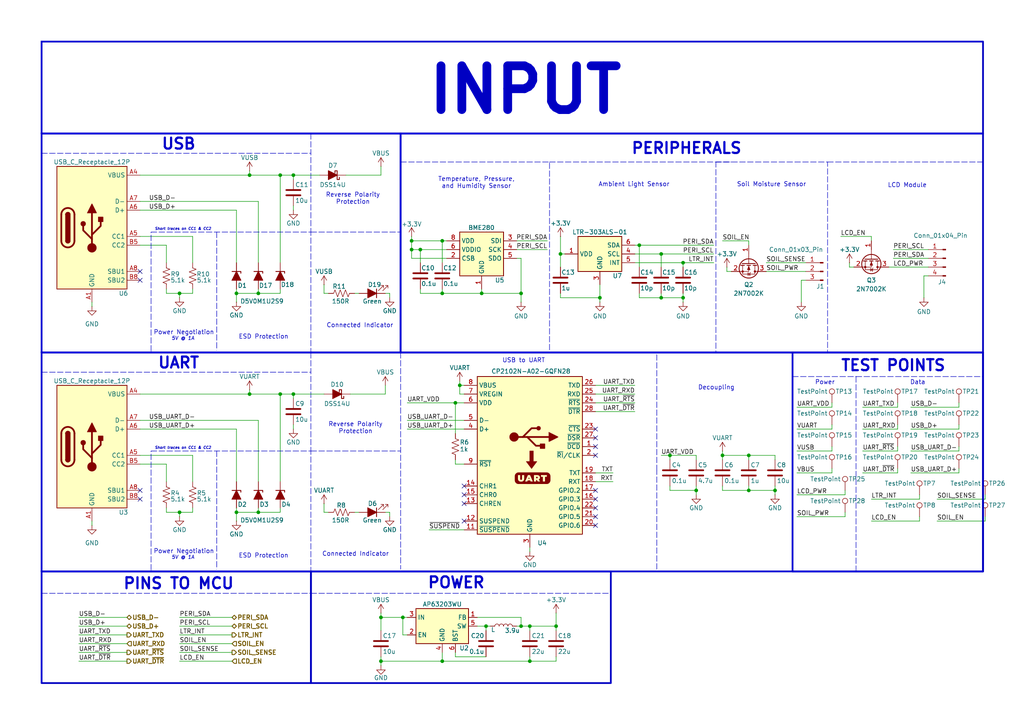
<source format=kicad_sch>
(kicad_sch (version 20231120) (generator "eeschema") (generator_version "8.0")
  (paper "A4")
  (lib_symbols
    (symbol "Connector:Conn_01x03_Pin" (pin_names (offset 1.016) hide)
      (property "Reference" "J" (at 0 5.08 0))
      (property "Value" "Conn_01x03_Pin" (at 0 -5.08 0))
      (symbol "Conn_01x03_Pin_1_1"
        (pin passive line (at 5.08 2.54 180) (length 3.81) (name "Pin_1") (number "1"))
        (pin passive line (at 5.08 0 180) (length 3.81) (name "Pin_2") (number "2"))
        (pin passive line (at 5.08 -2.54 180) (length 3.81) (name "Pin_3") (number "3"))
      )
    )
    (symbol "Connector:Conn_01x04_Pin" (pin_names (offset 1.016) hide)
      (property "Reference" "J" (at 0 5.08 0))
      (property "Value" "Conn_01x04_Pin" (at 0 -7.62 0))
      (symbol "Conn_01x04_Pin_1_1"
        (pin passive line (at 5.08 2.54 180) (length 3.81) (name "Pin_1") (number "1"))
        (pin passive line (at 5.08 0 180) (length 3.81) (name "Pin_2") (number "2"))
        (pin passive line (at 5.08 -2.54 180) (length 3.81) (name "Pin_3") (number "3"))
        (pin passive line (at 5.08 -5.08 180) (length 3.81) (name "Pin_4") (number "4"))
      )
    )
    (symbol "Connector:TestPoint" (pin_numbers hide) (pin_names (offset 0.762) hide)
      (property "Reference" "TP" (at 0 6.858 0))
      (property "Value" "TestPoint" (at 0 5.08 0))
      (symbol "TestPoint_1_1"
        (pin passive line (at 0 0 90) (length 2.54) (name "1") (number "1"))
      )
    )
    (symbol "Device:C" (pin_numbers hide) (pin_names (offset 0.254))
      (property "Reference" "C" (at 0.635 2.54 0))
      (property "Value" "C" (at 0.635 -2.54 0))
      (symbol "C_1_1"
        (pin passive line (at 0 3.81 270) (length 2.794) (name "~") (number "1"))
        (pin passive line (at 0 -3.81 90) (length 2.794) (name "~") (number "2"))
      )
    )
    (symbol "Device:D_Schottky_Filled" (pin_numbers hide) (pin_names (offset 1.016) hide)
      (property "Reference" "D" (at 0 2.54 0))
      (property "Value" "D_Schottky_Filled" (at 0 -2.54 0))
      (symbol "D_Schottky_Filled_1_1"
        (pin passive line (at -3.81 0 0) (length 2.54) (name "K") (number "1"))
        (pin passive line (at 3.81 0 180) (length 2.54) (name "A") (number "2"))
      )
    )
    (symbol "Device:D_Zener_Filled" (pin_numbers hide) (pin_names (offset 1.016) hide)
      (property "Reference" "D" (at 0 2.54 0))
      (property "Value" "D_Zener_Filled" (at 0 -2.54 0))
      (symbol "D_Zener_Filled_1_1"
        (pin passive line (at -3.81 0 0) (length 2.54) (name "K") (number "1"))
        (pin passive line (at 3.81 0 180) (length 2.54) (name "A") (number "2"))
      )
    )
    (symbol "Device:L" (pin_numbers hide) (pin_names (offset 1.016) hide)
      (property "Reference" "L" (at -1.27 0 90))
      (property "Value" "L" (at 1.905 0 90))
      (symbol "L_1_1"
        (pin passive line (at 0 3.81 270) (length 1.27) (name "1") (number "1"))
        (pin passive line (at 0 -3.81 90) (length 1.27) (name "2") (number "2"))
      )
    )
    (symbol "Device:LED_Filled" (pin_numbers hide) (pin_names (offset 1.016) hide)
      (property "Reference" "D" (at 0 2.54 0))
      (property "Value" "LED_Filled" (at 0 -2.54 0))
      (symbol "LED_Filled_1_1"
        (pin passive line (at -3.81 0 0) (length 2.54) (name "K") (number "1"))
        (pin passive line (at 3.81 0 180) (length 2.54) (name "A") (number "2"))
      )
    )
    (symbol "Device:R_US" (pin_numbers hide) (pin_names (offset 0))
      (property "Reference" "R" (at 2.54 0 90))
      (property "Value" "R_US" (at -2.54 0 90))
      (symbol "R_US_1_1"
        (pin passive line (at 0 3.81 270) (length 1.27) (name "~") (number "1"))
        (pin passive line (at 0 -3.81 90) (length 1.27) (name "~") (number "2"))
      )
    )
    (symbol "Interface_USB:CP2102N-Axx-xQFN28"
      (property "Reference" "U4" (at 2.1941 -25.4 0))
      (property "Value" "CP2102N-A02-GQFN28" (at -11.176 24.384 0))
      (symbol "CP2102N-Axx-xQFN28_1_1"
        (pin input line (at 19.05 2.54 180) (length 3.81) (name "~{DCD}") (number "1"))
        (pin no_connect line (at -3.81 -26.67 90) (length 3.81) hide (name "NC") (number "10"))
        (pin output line (at -19.05 -21.59 0) (length 3.81) (name "~{SUSPEND}") (number "11"))
        (pin output line (at -19.05 -19.05 0) (length 3.81) (name "SUSPEND") (number "12"))
        (pin output line (at -19.05 -13.97 0) (length 3.81) (name "CHREN") (number "13"))
        (pin output line (at -19.05 -8.89 0) (length 3.81) (name "CHR1") (number "14"))
        (pin output line (at -19.05 -11.43 0) (length 3.81) (name "CHR0") (number "15"))
        (pin bidirectional line (at 19.05 -12.7 180) (length 3.81) (name "GPIO.3") (number "16"))
        (pin bidirectional line (at 19.05 -10.16 180) (length 3.81) (name "GPIO.2") (number "17"))
        (pin bidirectional line (at 19.05 -7.62 180) (length 3.81) (name "RXT") (number "18"))
        (pin bidirectional line (at 19.05 -5.08 180) (length 3.81) (name "TXT") (number "19"))
        (pin bidirectional line (at 19.05 0 180) (length 3.81) (name "~{RI}/CLK") (number "2"))
        (pin bidirectional line (at 19.05 -20.32 180) (length 3.81) (name "GPIO.6") (number "20"))
        (pin bidirectional line (at 19.05 -17.78 180) (length 3.81) (name "GPIO.5") (number "21"))
        (pin bidirectional line (at 19.05 -15.24 180) (length 3.81) (name "GPIO.4") (number "22"))
        (pin input line (at 19.05 7.62 180) (length 3.81) (name "~{CTS}") (number "23"))
        (pin output line (at 19.05 15.24 180) (length 3.81) (name "~{RTS}") (number "24"))
        (pin input line (at 19.05 17.78 180) (length 3.81) (name "RXD") (number "25"))
        (pin output line (at 19.05 20.32 180) (length 3.81) (name "TXD") (number "26"))
        (pin input line (at 19.05 5.08 180) (length 3.81) (name "~{DSR}") (number "27"))
        (pin output line (at 19.05 12.7 180) (length 3.81) (name "~{DTR}") (number "28"))
        (pin passive line (at 0 -26.67 90) (length 3.81) hide (name "GND") (number "29"))
        (pin power_in line (at 0 -26.67 90) (length 3.81) (name "GND") (number "3"))
        (pin bidirectional line (at -19.05 7.62 0) (length 3.81) (name "D+") (number "4"))
        (pin bidirectional line (at -19.05 10.16 0) (length 3.81) (name "D-") (number "5"))
        (pin power_in line (at -19.05 15.24 0) (length 3.81) (name "VDD") (number "6"))
        (pin power_in line (at -19.05 17.78 0) (length 3.81) (name "VREGIN") (number "7"))
        (pin input line (at -19.05 20.32 0) (length 3.81) (name "VBUS") (number "8"))
        (pin input line (at -19.05 -2.54 0) (length 3.81) (name "~{RST}") (number "9"))
      )
    )
    (symbol "Regulator_Switching:AP63203WU"
      (property "Reference" "U2" (at 0 10.16 0))
      (property "Value" "AP63203WU" (at 0 7.62 0))
      (symbol "AP63203WU_1_1"
        (pin input line (at 10.16 2.54 180) (length 2.54) (name "FB") (number "1"))
        (pin input line (at -10.16 -2.54 0) (length 2.54) (name "EN") (number "2"))
        (pin power_in line (at -10.16 2.54 0) (length 2.54) (name "IN") (number "3"))
        (pin power_in line (at 0 -7.62 90) (length 2.54) (name "GND") (number "4"))
        (pin output line (at 10.16 0 180) (length 2.54) (name "SW") (number "5"))
        (pin passive line (at 3.81 -7.62 90) (length 2.54) (name "BST") (number "6"))
      )
    )
    (symbol "Sensor:BME280"
      (property "Reference" "U5" (at 6.604 -7.62 0))
      (property "Value" "BME280" (at 3.81 7.366 0))
      (symbol "BME280_1_1"
        (pin power_in line (at 0 -10.16 90) (length 3.81) (name "GND") (number "1"))
        (pin input line (at -10.16 -1.27 0) (length 3.81) (name "CSB") (number "2"))
        (pin bidirectional line (at 10.16 3.81 180) (length 3.81) (name "SDI") (number "3"))
        (pin input line (at 10.16 1.27 180) (length 3.81) (name "SCK") (number "4"))
        (pin bidirectional line (at 10.16 -1.27 180) (length 3.81) (name "SDO") (number "5"))
        (pin power_in line (at -10.16 1.27 0) (length 3.81) (name "VDDIO") (number "6"))
        (pin power_in line (at 0 -10.16 90) (length 3.81) hide (name "GND") (number "7"))
        (pin power_in line (at -10.16 3.81 0) (length 3.81) (name "VDD") (number "8"))
      )
    )
    (symbol "Sensor_Optical:LTR-303ALS-01"
      (property "Reference" "U7" (at 5.08 -6.35 0))
      (property "Value" "LTR-303ALS-01" (at 0 6.35 0))
      (symbol "LTR-303ALS-01_1_1"
        (pin power_in line (at -10.16 0 0) (length 3.81) (name "VDD") (number "1"))
        (pin no_connect line (at -10.16 -2.54 0) (length 3.81) hide (name "NC") (number "2"))
        (pin power_in line (at 0 -8.89 90) (length 3.81) (name "GND") (number "3"))
        (pin input line (at 10.16 0 180) (length 3.81) (name "SCL") (number "4"))
        (pin open_collector line (at 10.16 -2.54 180) (length 3.81) (name "INT") (number "5"))
        (pin bidirectional line (at 10.16 2.54 180) (length 3.81) (name "SDA") (number "6"))
      )
    )
    (symbol "Transistor_FET:2N7002K" (pin_names hide)
      (property "Reference" "Q" (at 5.08 1.905 0))
      (property "Value" "2N7002K" (at 5.08 0 0))
      (symbol "2N7002K_1_1"
        (pin input line (at -5.08 0 0) (length 2.54) (name "G") (number "1"))
        (pin passive line (at 2.54 -5.08 90) (length 2.54) (name "S") (number "2"))
        (pin passive line (at 2.54 5.08 270) (length 2.54) (name "D") (number "3"))
      )
    )
    (symbol "USB_C_Receptacle_12P_1"
      (property "Reference" "U3" (at 9.144 -19.05 0))
      (property "Value" "USB_C_Receptacle_12P" (at 0 19.05 0))
      (symbol "USB_C_Receptacle_12P_1_1_1"
        (pin power_in line (at 0 -21.59 90) (length 3.81) (name "GND") (number "A1"))
        (pin power_out line (at 13.97 15.24 180) (length 3.81) (name "VBUS") (number "A4"))
        (pin bidirectional line (at 13.97 -2.54 180) (length 3.81) (name "CC1") (number "A5"))
        (pin bidirectional line (at 13.97 5.08 180) (length 3.81) (name "D+") (number "A6"))
        (pin bidirectional line (at 13.97 7.62 180) (length 3.81) (name "D-") (number "A7"))
        (pin bidirectional line (at 13.97 -12.7 180) (length 3.81) (name "SBU1") (number "A8"))
        (pin power_in line (at 0 -21.59 90) (length 3.81) hide (name "GND") (number "B1"))
        (pin power_out line (at 13.97 15.24 180) (length 3.81) hide (name "VBUS") (number "B4"))
        (pin bidirectional line (at 13.97 -5.08 180) (length 3.81) (name "CC2") (number "B5"))
        (pin bidirectional line (at 13.97 5.08 180) (length 3.81) hide (name "D+") (number "B6"))
        (pin bidirectional line (at 13.97 7.62 180) (length 3.81) hide (name "D-") (number "B7"))
        (pin bidirectional line (at 13.97 -15.24 180) (length 3.81) (name "SBU2") (number "B8"))
        (pin power_in line (at 0 -21.59 90) (length 3.81) hide (name "SHIELD") (number "S1"))
      )
    )
    (symbol "power:+3.3V" (power) (pin_numbers hide) (pin_names (offset 0) hide)
      (property "Value" "+3.3V" (at 0 3.556 0))
      (symbol "+3.3V_1_1"
        (pin power_in line (at 0 0 90) (length 0) (name "~") (number "1"))
      )
    )
    (symbol "power:GND" (power) (pin_numbers hide) (pin_names (offset 0) hide)
      (property "Value" "GND" (at 0 -3.81 0))
      (symbol "GND_1_1"
        (pin power_in line (at 0 0 270) (length 0) (name "~") (number "1"))
      )
    )
    (symbol "power:VAA" (power) (pin_numbers hide) (pin_names (offset 0) hide)
      (property "Value" "VAA" (at 0 3.556 0))
      (symbol "VAA_1_1"
        (pin power_in line (at 0 0 90) (length 0) (name "~") (number "1"))
      )
    )
  )
  (junction (at 133.35 111.76))
  (junction (at 161.29 181.61))
  (junction (at 198.12 76.2))
  (junction (at 173.99 86.36))
  (junction (at 140.97 181.61))
  (junction (at 85.09 114.3))
  (junction (at 128.27 85.09))
  (junction (at 153.67 191.77))
  (junction (at 191.77 86.36))
  (junction (at 121.92 72.39))
  (junction (at 191.77 73.66))
  (junction (at 128.27 191.77))
  (junction (at 209.55 132.08))
  (junction (at 110.49 191.77))
  (junction (at 119.38 72.39))
  (junction (at 201.93 142.24))
  (junction (at 151.13 85.09))
  (junction (at 162.56 73.66))
  (junction (at 119.38 69.85))
  (junction (at 72.39 50.8))
  (junction (at 52.07 148.59))
  (junction (at 132.08 116.84))
  (junction (at 224.79 142.24))
  (junction (at 68.58 148.59))
  (junction (at 153.67 181.61))
  (junction (at 74.93 148.59))
  (junction (at 185.42 71.12))
  (junction (at 128.27 69.85))
  (junction (at 72.39 114.3))
  (junction (at 151.13 181.61))
  (junction (at 139.7 85.09))
  (junction (at 74.93 85.09))
  (junction (at 194.31 132.08))
  (junction (at 198.12 86.36))
  (junction (at 52.07 85.09))
  (junction (at 217.17 142.24))
  (junction (at 81.28 114.3))
  (junction (at 85.09 50.8))
  (junction (at 110.49 179.07))
  (junction (at 116.84 179.07))
  (junction (at 68.58 85.09))
  (junction (at 217.17 132.08))
  (junction (at 81.28 50.8))
  (no_connect (at 172.72 142.24))
  (no_connect (at 172.72 132.08))
  (no_connect (at 172.72 147.32))
  (no_connect (at 134.62 143.51))
  (no_connect (at 40.64 144.78))
  (no_connect (at 172.72 124.46))
  (no_connect (at 172.72 144.78))
  (no_connect (at 172.72 127))
  (no_connect (at 172.72 129.54))
  (no_connect (at 40.64 81.28))
  (no_connect (at 134.62 151.13))
  (no_connect (at 134.62 140.97))
  (no_connect (at 40.64 142.24))
  (no_connect (at 40.64 78.74))
  (no_connect (at 172.72 152.4))
  (no_connect (at 134.62 146.05))
  (no_connect (at 172.72 149.86))
  (wire (pts (xy 68.58 85.09) (xy 68.58 87.63)))
  (wire (pts (xy 232.41 87.63) (xy 232.41 81.28)))
  (wire (pts (xy 184.15 71.12) (xy 185.42 71.12)))
  (wire (pts (xy 22.86 179.07) (xy 36.83 179.07)))
  (wire (pts (xy 191.77 73.66) (xy 191.77 77.47)))
  (wire (pts (xy 52.07 85.09) (xy 52.07 86.36)))
  (wire (pts (xy 132.08 116.84) (xy 132.08 125.73)))
  (wire (pts (xy 55.88 68.58) (xy 40.64 68.58)))
  (wire (pts (xy 151.13 181.61) (xy 151.13 179.07)))
  (wire (pts (xy 250.19 118.11) (xy 260.35 118.11)))
  (polyline (pts (xy 90.17 102.235) (xy 90.17 130.81)) (stroke (width 0) (type dash)))
  (wire (pts (xy 48.26 83.82) (xy 48.26 85.09)))
  (wire (pts (xy 119.38 72.39) (xy 119.38 74.93)))
  (wire (pts (xy 52.07 184.15) (xy 67.31 184.15)))
  (wire (pts (xy 266.7 151.13) (xy 266.7 149.86)))
  (wire (pts (xy 231.14 143.51) (xy 245.11 143.51)))
  (wire (pts (xy 22.86 186.69) (xy 36.83 186.69)))
  (wire (pts (xy 266.7 144.78) (xy 266.7 143.51)))
  (wire (pts (xy 102.87 148.59) (xy 104.14 148.59)))
  (wire (pts (xy 250.19 137.16) (xy 260.35 137.16)))
  (wire (pts (xy 259.08 74.93) (xy 269.24 74.93)))
  (wire (pts (xy 173.99 82.55) (xy 173.99 86.36)))
  (wire (pts (xy 278.13 124.46) (xy 278.13 123.19)))
  (wire (pts (xy 153.67 158.75) (xy 153.67 160.02)))
  (wire (pts (xy 241.3 124.46) (xy 241.3 123.19)))
  (wire (pts (xy 264.16 137.16) (xy 278.13 137.16)))
  (wire (pts (xy 74.93 83.82) (xy 74.93 85.09)))
  (wire (pts (xy 161.29 182.88) (xy 161.29 181.61)))
  (wire (pts (xy 246.38 76.2) (xy 246.38 77.47)))
  (wire (pts (xy 119.38 68.58) (xy 119.38 69.85)))
  (wire (pts (xy 209.55 132.08) (xy 209.55 133.35)))
  (wire (pts (xy 162.56 86.36) (xy 173.99 86.36)))
  (wire (pts (xy 185.42 71.12) (xy 207.01 71.12)))
  (wire (pts (xy 201.93 132.08) (xy 201.93 133.35)))
  (wire (pts (xy 172.72 119.38) (xy 184.15 119.38)))
  (wire (pts (xy 81.28 114.3) (xy 81.28 139.7)))
  (wire (pts (xy 172.72 114.3) (xy 184.15 114.3)))
  (wire (pts (xy 48.26 71.12) (xy 48.26 76.2)))
  (wire (pts (xy 222.25 78.74) (xy 233.68 78.74)))
  (wire (pts (xy 74.93 58.42) (xy 40.64 58.42)))
  (wire (pts (xy 217.17 132.08) (xy 217.17 133.35)))
  (wire (pts (xy 194.31 132.08) (xy 201.93 132.08)))
  (wire (pts (xy 74.93 121.92) (xy 40.64 121.92)))
  (wire (pts (xy 116.84 184.15) (xy 118.11 184.15)))
  (wire (pts (xy 100.33 50.8) (xy 110.49 50.8)))
  (wire (pts (xy 121.92 85.09) (xy 121.92 83.82)))
  (wire (pts (xy 252.73 151.13) (xy 266.7 151.13)))
  (wire (pts (xy 118.11 116.84) (xy 132.08 116.84)))
  (wire (pts (xy 252.73 144.78) (xy 266.7 144.78)))
  (wire (pts (xy 128.27 85.09) (xy 139.7 85.09)))
  (wire (pts (xy 198.12 76.2) (xy 207.01 76.2)))
  (wire (pts (xy 68.58 147.32) (xy 68.58 148.59)))
  (wire (pts (xy 209.55 69.85) (xy 217.17 69.85)))
  (wire (pts (xy 52.07 85.09) (xy 55.88 85.09)))
  (wire (pts (xy 172.72 137.16) (xy 177.8 137.16)))
  (wire (pts (xy 194.31 142.24) (xy 194.31 140.97)))
  (polyline (pts (xy 62.865 67.31) (xy 62.865 101.6)) (stroke (width 0) (type dash)))
  (wire (pts (xy 93.98 146.05) (xy 93.98 148.59)))
  (wire (pts (xy 278.13 130.81) (xy 278.13 129.54)))
  (polyline (pts (xy 90.17 67.31) (xy 116.205 67.31)) (stroke (width 0) (type dash)))
  (wire (pts (xy 134.62 134.62) (xy 132.08 134.62)))
  (wire (pts (xy 52.07 189.23) (xy 67.31 189.23)))
  (wire (pts (xy 74.93 148.59) (xy 81.28 148.59)))
  (wire (pts (xy 172.72 139.7) (xy 177.8 139.7)))
  (wire (pts (xy 222.25 76.2) (xy 233.68 76.2)))
  (wire (pts (xy 52.07 191.77) (xy 67.31 191.77)))
  (wire (pts (xy 173.99 87.63) (xy 173.99 86.36)))
  (wire (pts (xy 68.58 124.46) (xy 40.64 124.46)))
  (wire (pts (xy 149.86 181.61) (xy 151.13 181.61)))
  (wire (pts (xy 132.08 134.62) (xy 132.08 133.35)))
  (wire (pts (xy 245.11 143.51) (xy 245.11 142.24)))
  (wire (pts (xy 231.14 130.81) (xy 241.3 130.81)))
  (wire (pts (xy 118.11 121.92) (xy 134.62 121.92)))
  (wire (pts (xy 151.13 85.09) (xy 139.7 85.09)))
  (wire (pts (xy 153.67 191.77) (xy 161.29 191.77)))
  (polyline (pts (xy 90.17 130.81) (xy 116.205 130.81)) (stroke (width 0) (type dash)))
  (wire (pts (xy 68.58 148.59) (xy 74.93 148.59)))
  (wire (pts (xy 139.7 83.82) (xy 139.7 85.09)))
  (wire (pts (xy 132.08 190.5) (xy 140.97 190.5)))
  (wire (pts (xy 198.12 86.36) (xy 191.77 86.36)))
  (wire (pts (xy 162.56 85.09) (xy 162.56 86.36)))
  (wire (pts (xy 110.49 50.8) (xy 110.49 48.26)))
  (polyline (pts (xy 90.17 38.735) (xy 90.17 67.31)) (stroke (width 0) (type dash)))
  (wire (pts (xy 231.14 124.46) (xy 241.3 124.46)))
  (wire (pts (xy 128.27 83.82) (xy 128.27 85.09)))
  (wire (pts (xy 224.79 133.35) (xy 224.79 132.08)))
  (wire (pts (xy 128.27 189.23) (xy 128.27 191.77)))
  (wire (pts (xy 55.88 148.59) (xy 55.88 147.32)))
  (wire (pts (xy 138.43 179.07) (xy 151.13 179.07)))
  (wire (pts (xy 40.64 71.12) (xy 48.26 71.12)))
  (wire (pts (xy 119.38 69.85) (xy 119.38 72.39)))
  (wire (pts (xy 257.81 77.47) (xy 269.24 77.47)))
  (wire (pts (xy 48.26 85.09) (xy 52.07 85.09)))
  (wire (pts (xy 198.12 86.36) (xy 198.12 85.09)))
  (wire (pts (xy 241.3 130.81) (xy 241.3 129.54)))
  (wire (pts (xy 81.28 114.3) (xy 85.09 114.3)))
  (wire (pts (xy 52.07 181.61) (xy 67.31 181.61)))
  (wire (pts (xy 149.86 69.85) (xy 158.75 69.85)))
  (wire (pts (xy 194.31 132.08) (xy 194.31 133.35)))
  (polyline (pts (xy 248.285 109.22) (xy 248.285 165.735)) (stroke (width 0) (type dash)))
  (wire (pts (xy 74.93 121.92) (xy 74.93 139.7)))
  (wire (pts (xy 68.58 85.09) (xy 74.93 85.09)))
  (wire (pts (xy 133.35 111.76) (xy 134.62 111.76)))
  (wire (pts (xy 128.27 191.77) (xy 153.67 191.77)))
  (wire (pts (xy 217.17 142.24) (xy 224.79 142.24)))
  (polyline (pts (xy 12.065 172.085) (xy 90.17 172.085)) (stroke (width 0) (type dash)))
  (wire (pts (xy 81.28 50.8) (xy 85.09 50.8)))
  (wire (pts (xy 267.97 86.36) (xy 267.97 80.01)))
  (wire (pts (xy 119.38 74.93) (xy 129.54 74.93)))
  (wire (pts (xy 162.56 68.58) (xy 162.56 73.66)))
  (wire (pts (xy 85.09 50.8) (xy 92.71 50.8)))
  (wire (pts (xy 52.07 148.59) (xy 55.88 148.59)))
  (wire (pts (xy 191.77 85.09) (xy 191.77 86.36)))
  (wire (pts (xy 48.26 147.32) (xy 48.26 148.59)))
  (wire (pts (xy 110.49 182.88) (xy 110.49 179.07)))
  (wire (pts (xy 185.42 71.12) (xy 185.42 77.47)))
  (wire (pts (xy 68.58 83.82) (xy 68.58 85.09)))
  (wire (pts (xy 241.3 118.11) (xy 241.3 116.84)))
  (wire (pts (xy 116.84 179.07) (xy 116.84 184.15)))
  (wire (pts (xy 118.11 179.07) (xy 116.84 179.07)))
  (wire (pts (xy 121.92 72.39) (xy 129.54 72.39)))
  (wire (pts (xy 72.39 49.53) (xy 72.39 50.8)))
  (wire (pts (xy 201.93 142.24) (xy 201.93 143.51)))
  (wire (pts (xy 162.56 73.66) (xy 163.83 73.66)))
  (wire (pts (xy 113.03 86.36) (xy 113.03 85.09)))
  (polyline (pts (xy 240.03 46.99) (xy 285.115 46.99)) (stroke (width 0) (type dash)))
  (wire (pts (xy 241.3 137.16) (xy 241.3 135.89)))
  (wire (pts (xy 138.43 181.61) (xy 140.97 181.61)))
  (wire (pts (xy 22.86 189.23) (xy 36.83 189.23)))
  (wire (pts (xy 231.14 118.11) (xy 241.3 118.11)))
  (wire (pts (xy 285.75 144.78) (xy 285.75 143.51)))
  (wire (pts (xy 102.87 85.09) (xy 104.14 85.09)))
  (wire (pts (xy 40.64 114.3) (xy 72.39 114.3)))
  (wire (pts (xy 264.16 124.46) (xy 278.13 124.46)))
  (wire (pts (xy 149.86 72.39) (xy 158.75 72.39)))
  (wire (pts (xy 260.35 130.81) (xy 260.35 129.54)))
  (wire (pts (xy 85.09 114.3) (xy 93.98 114.3)))
  (wire (pts (xy 52.07 179.07) (xy 67.31 179.07)))
  (wire (pts (xy 26.67 151.13) (xy 26.67 152.4)))
  (wire (pts (xy 52.07 186.69) (xy 67.31 186.69)))
  (wire (pts (xy 72.39 114.3) (xy 81.28 114.3)))
  (polyline (pts (xy 12.065 44.45) (xy 90.17 44.45)) (stroke (width 0) (type dash)))
  (wire (pts (xy 151.13 74.93) (xy 149.86 74.93)))
  (wire (pts (xy 247.65 77.47) (xy 246.38 77.47)))
  (wire (pts (xy 161.29 177.8) (xy 161.29 181.61)))
  (wire (pts (xy 52.07 148.59) (xy 52.07 149.86)))
  (wire (pts (xy 48.26 134.62) (xy 48.26 139.7)))
  (wire (pts (xy 245.11 149.86) (xy 245.11 148.59)))
  (wire (pts (xy 259.08 72.39) (xy 269.24 72.39)))
  (wire (pts (xy 132.08 190.5) (xy 132.08 189.23)))
  (wire (pts (xy 260.35 118.11) (xy 260.35 116.84)))
  (wire (pts (xy 210.82 77.47) (xy 210.82 78.74)))
  (wire (pts (xy 55.88 132.08) (xy 55.88 139.7)))
  (wire (pts (xy 140.97 181.61) (xy 142.24 181.61)))
  (wire (pts (xy 133.35 114.3) (xy 134.62 114.3)))
  (wire (pts (xy 48.26 148.59) (xy 52.07 148.59)))
  (wire (pts (xy 162.56 73.66) (xy 162.56 77.47)))
  (wire (pts (xy 128.27 69.85) (xy 129.54 69.85)))
  (wire (pts (xy 224.79 142.24) (xy 224.79 143.51)))
  (wire (pts (xy 153.67 191.77) (xy 153.67 190.5)))
  (wire (pts (xy 224.79 142.24) (xy 224.79 140.97)))
  (wire (pts (xy 133.35 111.76) (xy 133.35 114.3)))
  (wire (pts (xy 22.86 191.77) (xy 36.83 191.77)))
  (wire (pts (xy 191.77 132.08) (xy 194.31 132.08)))
  (wire (pts (xy 124.46 153.67) (xy 134.62 153.67)))
  (wire (pts (xy 81.28 83.82) (xy 81.28 85.09)))
  (wire (pts (xy 271.78 144.78) (xy 285.75 144.78)))
  (wire (pts (xy 68.58 148.59) (xy 68.58 151.13)))
  (wire (pts (xy 250.19 130.81) (xy 260.35 130.81)))
  (polyline (pts (xy 12.065 107.95) (xy 90.17 107.95)) (stroke (width 0) (type dash)))
  (wire (pts (xy 260.35 137.16) (xy 260.35 135.89)))
  (wire (pts (xy 250.19 124.46) (xy 260.35 124.46)))
  (wire (pts (xy 151.13 74.93) (xy 151.13 85.09)))
  (wire (pts (xy 231.14 137.16) (xy 241.3 137.16)))
  (wire (pts (xy 252.73 68.58) (xy 252.73 69.85)))
  (wire (pts (xy 93.98 82.55) (xy 93.98 85.09)))
  (wire (pts (xy 72.39 113.03) (xy 72.39 114.3)))
  (wire (pts (xy 151.13 181.61) (xy 153.67 181.61)))
  (wire (pts (xy 267.97 80.01) (xy 269.24 80.01)))
  (wire (pts (xy 68.58 124.46) (xy 68.58 139.7)))
  (polyline (pts (xy 62.865 130.81) (xy 62.865 165.1)) (stroke (width 0) (type dash)))
  (wire (pts (xy 128.27 191.77) (xy 110.49 191.77)))
  (wire (pts (xy 85.09 59.69) (xy 85.09 60.96)))
  (wire (pts (xy 55.88 132.08) (xy 40.64 132.08)))
  (polyline (pts (xy 190.5 165.1) (xy 190.5 136.525)) (stroke (width 0) (type dash)))
  (wire (pts (xy 121.92 72.39) (xy 121.92 76.2)))
  (wire (pts (xy 191.77 86.36) (xy 185.42 86.36)))
  (wire (pts (xy 110.49 191.77) (xy 110.49 193.04)))
  (wire (pts (xy 209.55 132.08) (xy 217.17 132.08)))
  (wire (pts (xy 209.55 130.81) (xy 209.55 132.08)))
  (wire (pts (xy 113.03 149.86) (xy 113.03 148.59)))
  (wire (pts (xy 153.67 181.61) (xy 161.29 181.61)))
  (wire (pts (xy 121.92 85.09) (xy 128.27 85.09)))
  (wire (pts (xy 201.93 140.97) (xy 201.93 142.24)))
  (wire (pts (xy 278.13 137.16) (xy 278.13 135.89)))
  (polyline (pts (xy 248.285 109.22) (xy 285.115 109.22)) (stroke (width 0) (type dash)))
  (wire (pts (xy 209.55 142.24) (xy 209.55 140.97)))
  (wire (pts (xy 132.08 116.84) (xy 134.62 116.84)))
  (wire (pts (xy 101.6 114.3) (xy 111.76 114.3)))
  (wire (pts (xy 191.77 73.66) (xy 207.01 73.66)))
  (wire (pts (xy 118.11 124.46) (xy 134.62 124.46)))
  (wire (pts (xy 93.98 85.09) (xy 95.25 85.09)))
  (wire (pts (xy 72.39 50.8) (xy 81.28 50.8)))
  (wire (pts (xy 184.15 73.66) (xy 191.77 73.66)))
  (wire (pts (xy 231.14 149.86) (xy 245.11 149.86)))
  (wire (pts (xy 161.29 191.77) (xy 161.29 190.5)))
  (wire (pts (xy 81.28 147.32) (xy 81.28 148.59)))
  (wire (pts (xy 198.12 86.36) (xy 198.12 87.63)))
  (wire (pts (xy 217.17 69.85) (xy 217.17 71.12)))
  (wire (pts (xy 113.03 85.09) (xy 111.76 85.09)))
  (wire (pts (xy 201.93 142.24) (xy 194.31 142.24)))
  (wire (pts (xy 128.27 69.85) (xy 128.27 76.2)))
  (wire (pts (xy 110.49 177.8) (xy 110.49 179.07)))
  (wire (pts (xy 217.17 142.24) (xy 209.55 142.24)))
  (wire (pts (xy 113.03 148.59) (xy 111.76 148.59)))
  (wire (pts (xy 74.93 147.32) (xy 74.93 148.59)))
  (wire (pts (xy 264.16 130.81) (xy 278.13 130.81)))
  (wire (pts (xy 119.38 72.39) (xy 121.92 72.39)))
  (wire (pts (xy 85.09 114.3) (xy 85.09 115.57)))
  (wire (pts (xy 140.97 181.61) (xy 140.97 182.88)))
  (wire (pts (xy 153.67 182.88) (xy 153.67 181.61)))
  (wire (pts (xy 119.38 69.85) (xy 128.27 69.85)))
  (polyline (pts (xy 190.5 136.525) (xy 190.5 102.235)) (stroke (width 0) (type dash)))
  (wire (pts (xy 81.28 50.8) (xy 81.28 76.2)))
  (wire (pts (xy 85.09 50.8) (xy 85.09 52.07)))
  (wire (pts (xy 264.16 118.11) (xy 278.13 118.11)))
  (wire (pts (xy 172.72 116.84) (xy 184.15 116.84)))
  (polyline (pts (xy 116.205 102.235) (xy 116.205 165.1)) (stroke (width 0) (type dash)))
  (wire (pts (xy 172.72 111.76) (xy 184.15 111.76)))
  (wire (pts (xy 40.64 134.62) (xy 48.26 134.62)))
  (wire (pts (xy 217.17 140.97) (xy 217.17 142.24)))
  (wire (pts (xy 40.64 50.8) (xy 72.39 50.8)))
  (wire (pts (xy 198.12 76.2) (xy 198.12 77.47)))
  (wire (pts (xy 110.49 191.77) (xy 110.49 190.5)))
  (wire (pts (xy 260.35 124.46) (xy 260.35 123.19)))
  (wire (pts (xy 74.93 58.42) (xy 74.93 76.2)))
  (wire (pts (xy 68.58 60.96) (xy 40.64 60.96)))
  (wire (pts (xy 185.42 86.36) (xy 185.42 85.09)))
  (polyline (pts (xy 90.17 172.085) (xy 177.165 172.085)) (stroke (width 0) (type dash)))
  (polyline (pts (xy 159.385 46.99) (xy 212.09 46.99)) (stroke (width 0) (type dash)))
  (wire (pts (xy 74.93 85.09) (xy 81.28 85.09)))
  (wire (pts (xy 68.58 60.96) (xy 68.58 76.2)))
  (wire (pts (xy 111.76 114.3) (xy 111.76 111.76)))
  (wire (pts (xy 271.78 151.13) (xy 285.75 151.13)))
  (wire (pts (xy 151.13 85.09) (xy 151.13 87.63)))
  (wire (pts (xy 278.13 118.11) (xy 278.13 116.84)))
  (wire (pts (xy 243.84 68.58) (xy 252.73 68.58)))
  (wire (pts (xy 184.15 76.2) (xy 198.12 76.2)))
  (wire (pts (xy 85.09 123.19) (xy 85.09 124.46)))
  (wire (pts (xy 55.88 85.09) (xy 55.88 83.82)))
  (wire (pts (xy 133.35 110.49) (xy 133.35 111.76)))
  (wire (pts (xy 110.49 179.07) (xy 116.84 179.07)))
  (wire (pts (xy 285.75 151.13) (xy 285.75 149.86)))
  (polyline (pts (xy 229.87 109.22) (xy 248.285 109.22)) (stroke (width 0) (type dash)))
  (polyline (pts (xy 116.205 38.735) (xy 116.205 102.235)) (stroke (width 0) (type dash)))
  (wire (pts (xy 212.09 78.74) (xy 210.82 78.74)))
  (wire (pts (xy 22.86 181.61) (xy 36.83 181.61)))
  (wire (pts (xy 217.17 132.08) (xy 224.79 132.08)))
  (wire (pts (xy 22.86 184.15) (xy 36.83 184.15)))
  (wire (pts (xy 55.88 68.58) (xy 55.88 76.2)))
  (wire (pts (xy 232.41 81.28) (xy 233.68 81.28)))
  (wire (pts (xy 93.98 148.59) (xy 95.25 148.59)))
  (wire (pts (xy 26.67 87.63) (xy 26.67 88.9)))
  (rectangle (start 43.815 130.81) (end 90.17 165.735) (stroke (width 0) (type dash)))
  (rectangle (start 12.065 12.065) (end 285.115 38.735) (stroke (width 0.508)))
  (rectangle (start 12.065 102.235) (end 285.115 165.735) (stroke (width 0.508)))
  (rectangle (start 229.87 102.235) (end 285.115 165.735) (stroke (width 0.508)))
  (rectangle (start 90.17 165.735) (end 177.165 198.12) (stroke (width 0.508)))
  (rectangle (start 12.065 165.735) (end 90.17 198.12) (stroke (width 0.508)))
  (rectangle (start 116.205 46.99) (end 159.385 102.235) (stroke (width 0) (type dash)))
  (rectangle (start 43.815 67.31) (end 90.17 102.235) (stroke (width 0) (type dash)))
  (rectangle (start 207.645 46.99) (end 240.03 102.235) (stroke (width 0) (type dash)))
  (rectangle (start 12.065 38.735) (end 116.205 102.235) (stroke (width 0.508)))
  (rectangle (start 116.205 38.735) (end 285.115 102.235) (stroke (width 0.508)))
  (text "Power Negotiation" (at 53.34 96.52 0) (effects (font (size 1.27 1.27))))
  (text "Short traces on CC1 & CC2" (at 53.086 130.048 0) (effects (font (size 0.762 0.762) (italic yes))))
  (text "INPUT" (at 152.4 26.289 0) (effects (font (size 12.7 12.7) (thickness 2.54) (bold yes))))
  (text "Power" (at 239.268 110.998 0) (effects (font (size 1.27 1.27))))
  (text "USB" (at 51.816 41.91 0) (effects (font (size 3.175 3.175) (thickness 0.635) (bold yes))))
  (text "Ambient Light Sensor" (at 183.896 53.594 0) (effects (font (size 1.27 1.27))))
  (text "Short traces on CC1 & CC2" (at 53.086 66.548 0) (effects (font (size 0.762 0.762) (italic yes))))
  (text "USB to UART" (at 151.892 104.648 0) (effects (font (size 1.27 1.27))))
  (text "Connected Indicator" (at 104.394 94.488 0) (effects (font (size 1.27 1.27))))
  (text "LCD Module" (at 263.144 53.848 0) (effects (font (size 1.27 1.27))))
  (text "POWER" (at 132.334 169.164 0) (effects (font (size 3.175 3.175) (thickness 0.635) (bold yes))))
  (text "Reverse Polarity\nProtection" (at 103.124 124.206 0) (effects (font (size 1.27 1.27))))
  (text "Decoupling" (at 207.772 112.522 0) (effects (font (size 1.27 1.27))))
  (text "Soil Moisture Sensor" (at 223.774 53.594 0) (effects (font (size 1.27 1.27))))
  (text "PERIPHERALS" (at 199.136 43.18 0) (effects (font (size 3.175 3.175) (thickness 0.635) (bold yes))))
  (text "5V @ 1A" (at 53.086 98.298 0) (effects (font (size 1.016 1.016) (italic yes))))
  (text "TEST POINTS" (at 259.08 106.172 0) (effects (font (size 3.175 3.175) (thickness 0.635) (bold yes))))
  (text "ESD Protection" (at 76.454 97.79 0) (effects (font (size 1.27 1.27))))
  (text "Reverse Polarity\nProtection" (at 102.362 57.658 0) (effects (font (size 1.27 1.27))))
  (text "5V @ 1A" (at 53.086 161.798 0) (effects (font (size 1.016 1.016) (italic yes))))
  (text "Connected Indicator" (at 103.124 160.782 0) (effects (font (size 1.27 1.27))))
  (text "Data" (at 266.192 110.998 0) (effects (font (size 1.27 1.27))))
  (text "Temperature, Pressure,\nand Humidity Sensor" (at 138.176 53.086 0) (effects (font (size 1.27 1.27))))
  (text "PINS TO MCU" (at 51.816 169.418 0) (effects (font (size 3.175 3.175) (thickness 0.635) (bold yes))))
  (text "Power Negotiation" (at 53.34 160.02 0) (effects (font (size 1.27 1.27))))
  (text "UART" (at 51.816 105.41 0) (effects (font (size 3.175 3.175) (thickness 0.635) (bold yes))))
  (text "ESD Protection" (at 76.454 161.29 0) (effects (font (size 1.27 1.27))))
  (label "SOIL_EN" (at 271.78 151.13 0))
  (label "UART_TXD" (at 250.19 118.11 0))
  (label "USB_D+" (at 43.18 60.96 0))
  (label "UART_RXD" (at 22.86 186.69 0))
  (label "USB_UART_D-" (at 264.16 130.81 0))
  (label "UART_VDD" (at 118.11 116.84 0))
  (label "SOIL_PWR" (at 231.14 149.86 0))
  (label "LCD_PWR" (at 231.14 143.51 0))
  (label "UART_~{DTR}" (at 184.15 119.38 180))
  (label "PERI_SDA" (at 207.01 71.12 180))
  (label "USB_D+" (at 22.86 181.61 0))
  (label "VUSB" (at 231.14 130.81 0))
  (label "USB_D-" (at 22.86 179.07 0))
  (label "PERI_SDA" (at 158.75 69.85 180))
  (label "USB_D-" (at 264.16 118.11 0))
  (label "USB_UART_D-" (at 43.18 121.92 0))
  (label "USB_UART_D+" (at 264.16 137.16 0))
  (label "LCD_EN" (at 52.07 191.77 0))
  (label "SOIL_SENSE" (at 271.78 144.78 0))
  (label "UART_RXD" (at 250.19 124.46 0))
  (label "SOIL_SENSE" (at 52.07 189.23 0))
  (label "USB_D-" (at 43.18 58.42 0))
  (label "VUART" (at 231.14 124.46 0))
  (label "PERI_SCL" (at 207.01 73.66 180))
  (label "SOIL_EN" (at 52.07 186.69 0))
  (label "USB_UART_D+" (at 118.11 124.46 0))
  (label "PERI_SCL" (at 259.08 72.39 0))
  (label "UART_TXD" (at 184.15 111.76 180))
  (label "UART_~{DTR}" (at 250.19 137.16 0))
  (label "PERI_SCL" (at 158.75 72.39 180))
  (label "USB_D+" (at 264.16 124.46 0))
  (label "VBUS" (at 231.14 137.16 0))
  (label "LCD_PWR" (at 259.08 77.47 0))
  (label "PERI_SCL" (at 52.07 181.61 0))
  (label "USB_UART_D-" (at 118.11 121.92 0))
  (label "UART_~{DTR}" (at 22.86 191.77 0))
  (label "RXT" (at 177.8 139.7 180))
  (label "UART_VDD" (at 231.14 118.11 0))
  (label "UART_~{RTS}" (at 22.86 189.23 0))
  (label "SOIL_PWR" (at 222.25 78.74 0))
  (label "LCD_EN" (at 243.84 68.58 0))
  (label "TXT" (at 177.8 137.16 180))
  (label "~{SUSPEND}" (at 124.46 153.67 0))
  (label "PERI_SDA" (at 52.07 179.07 0))
  (label "USB_UART_D+" (at 43.18 124.46 0))
  (label "PERI_SDA" (at 259.08 74.93 0))
  (label "UART_~{RTS}" (at 184.15 116.84 180))
  (label "UART_RXD" (at 184.15 114.3 180))
  (label "LTR_INT" (at 52.07 184.15 0))
  (label "UART_VDD" (at 191.77 132.08 0))
  (label "UART_TXD" (at 22.86 184.15 0))
  (label "LCD_EN" (at 252.73 151.13 0))
  (label "LTR_INT" (at 207.01 76.2 180))
  (label "LTR_INT" (at 252.73 144.78 0))
  (label "SOIL_SENSE" (at 222.25 76.2 0))
  (label "UART_~{RTS}" (at 250.19 130.81 0))
  (label "SOIL_EN" (at 209.55 69.85 0))
  (hierarchical_label "LCD_EN" (shape input) (at 67.31 191.77 0) (effects (font (bold yes))))
  (hierarchical_label "SOIL_EN" (shape input) (at 67.31 186.69 0) (effects (font (bold yes))))
  (hierarchical_label "SOIL_SENSE" (shape output) (at 67.31 189.23 0) (effects (font (bold yes))))
  (hierarchical_label "PERI_SCL" (shape bidirectional) (at 67.31 181.61 0) (effects (font (bold yes))))
  (hierarchical_label "USB_D-" (shape bidirectional) (at 36.83 179.07 0) (effects (font (bold yes))))
  (hierarchical_label "UART_~{RTS}" (shape output) (at 36.83 189.23 0) (effects (font (thickness 0.254) (bold yes))))
  (hierarchical_label "UART_TXD" (shape output) (at 36.83 184.15 0) (effects (font (thickness 0.254) (bold yes))))
  (hierarchical_label "LTR_INT" (shape output) (at 67.31 184.15 0) (effects (font (bold yes))))
  (hierarchical_label "UART_~{DTR}" (shape output) (at 36.83 191.77 0) (effects (font (thickness 0.254) (bold yes))))
  (hierarchical_label "UART_RXD" (shape input) (at 36.83 186.69 0) (effects (font (thickness 0.254) (bold yes))))
  (hierarchical_label "USB_D+" (shape bidirectional) (at 36.83 181.61 0) (effects (font (bold yes))))
  (hierarchical_label "PERI_SDA" (shape bidirectional) (at 67.31 179.07 0) (effects (font (bold yes))))
  (symbol (lib_id "Connector:TestPoint") (at 285.75 143.51 0) (unit 1)
    (property "Reference" "TP26" (at 286.766 140.208 0) (effects (justify left)))
    (property "Value" "TestPoint" (at 275.59 140.208 0) (effects (justify left)))
    (property "Footprint" "AA_TestPoints:RCWCTE" (effects (hide yes)))
    (property "Description" "test point" (effects (hide yes)))
  )
  (symbol (lib_id "power:VAA") (at 110.49 48.26 0) (unit 1)
    (property "Reference" "#PWR08" (effects (hide yes)))
    (property "Value" "VBUS" (at 110.49 44.45 0))
    (property "Description" "Power symbol creates a global label with name \"VAA\"" (effects (hide yes)))
  )
  (symbol (lib_id "power:GND") (at 85.09 124.46 0) (unit 1)
    (property "Reference" "#PWR028" (effects (hide yes)))
    (property "Value" "GND" (at 85.09 128.27 0))
    (property "Description" "Power symbol creates a global label with name \"GND\" , ground" (effects (hide yes)))
  )
  (symbol (lib_id "Connector:TestPoint") (at 241.3 135.89 0) (unit 1)
    (property "Reference" "TP16" (at 242.316 132.588 0) (effects (justify left)))
    (property "Value" "TestPoint" (at 231.14 132.588 0) (effects (justify left)))
    (property "Footprint" "AA_TestPoints:RCWCTE" (effects (hide yes)))
    (property "Description" "test point" (effects (hide yes)))
  )
  (symbol (lib_id "Device:C") (at 198.12 81.28 0) (unit 1)
    (property "Reference" "C16" (at 198.374 78.994 0) (effects (justify left)))
    (property "Value" "10p" (at 198.374 83.566 0) (effects (justify left)))
    (property "Footprint" "Capacitor_SMD:C_0805_2012Metric" (effects (hide yes)))
    (property "Description" "Unpolarized capacitor" (effects (hide yes)))
  )
  (symbol (lib_id "Device:C") (at 85.09 119.38 0) (unit 1)
    (property "Reference" "C9" (at 85.598 117.094 0) (effects (justify left)))
    (property "Value" "10u" (at 85.598 121.666 0) (effects (justify left)))
    (property "Footprint" "Capacitor_SMD:C_0805_2012Metric" (effects (hide yes)))
    (property "Description" "Unpolarized capacitor" (effects (hide yes)))
  )
  (symbol (lib_id "Device:L") (at 146.05 181.61 90) (unit 1)
    (property "Reference" "3.9u" (at 148.59 182.88 90))
    (property "Value" "L" (at 143.002 182.626 90))
    (property "Description" "Inductor" (effects (hide yes)))
  )
  (symbol (lib_id "Device:C") (at 85.09 55.88 0) (unit 1)
    (property "Reference" "C11" (at 85.598 53.594 0) (effects (justify left)))
    (property "Value" "10u" (at 85.598 58.166 0) (effects (justify left)))
    (property "Footprint" "Capacitor_SMD:C_0805_2012Metric" (effects (hide yes)))
    (property "Description" "Unpolarized capacitor" (effects (hide yes)))
  )
  (symbol (lib_id "Device:R_US") (at 48.26 80.01 180) (unit 1)
    (property "Reference" "R9" (at 50.8 79.502 0))
    (property "Value" "5.1k" (at 51.562 81.28 0))
    (property "Footprint" "Resistor_SMD:R_0805_2012Metric" (effects (hide yes)))
    (property "Description" "Resistor, US symbol" (effects (hide yes)))
  )
  (symbol (lib_id "power:GND") (at 68.58 151.13 0) (unit 1)
    (property "Reference" "#PWR013" (effects (hide yes)))
    (property "Value" "GND" (at 68.58 154.94 0))
    (property "Description" "Power symbol creates a global label with name \"GND\" , ground" (effects (hide yes)))
  )
  (symbol (lib_id "power:GND") (at 26.67 152.4 0) (unit 1)
    (property "Reference" "#PWR011" (effects (hide yes)))
    (property "Value" "GND" (at 26.67 157.48 0))
    (property "Description" "Power symbol creates a global label with name \"GND\" , ground" (effects (hide yes)))
  )
  (symbol (lib_id "Device:C") (at 209.55 137.16 0) (unit 1)
    (property "Reference" "C6" (at 210.058 134.874 0) (effects (justify left)))
    (property "Value" "0.1u" (at 210.058 139.446 0) (effects (justify left)))
    (property "Footprint" "Capacitor_SMD:C_0805_2012Metric" (effects (hide yes)))
    (property "Description" "Unpolarized capacitor" (effects (hide yes)))
  )
  (symbol (lib_id "Sensor_Optical:LTR-303ALS-01") (at 173.99 73.66 0) (unit 1)
    (property "Reference" "U7" (at 179.07 80.01 0))
    (property "Value" "LTR-303ALS-01" (at 173.99 67.31 0))
    (property "Footprint" "OptoDevice:Lite-On_LTR-303ALS-01" (effects (hide yes)))
    (property "Datasheet" "https://optoelectronics.liteon.com/upload/download/DS86-2013-0004/LTR-303ALS-01_DS_V1.pdf" (effects (hide yes)))
    (property "Description" "ambient light sensor, i2c interface, 0.01 to 64k lux, 2.4-3.6V" (effects (hide yes)))
  )
  (symbol (lib_id "power:GND") (at 153.67 160.02 0) (unit 1)
    (property "Reference" "#PWR016" (effects (hide yes)))
    (property "Value" "GND" (at 153.67 163.83 0))
    (property "Description" "Power symbol creates a global label with name \"GND\" , ground" (effects (hide yes)))
  )
  (symbol (lib_id "Device:C") (at 201.93 137.16 0) (unit 1)
    (property "Reference" "C5" (at 202.438 134.874 0) (effects (justify left)))
    (property "Value" "4.7u" (at 202.438 139.446 0) (effects (justify left)))
    (property "Footprint" "Capacitor_SMD:C_0805_2012Metric" (effects (hide yes)))
    (property "Description" "Unpolarized capacitor" (effects (hide yes)))
  )
  (symbol (lib_id "Connector:TestPoint") (at 260.35 129.54 0) (unit 1)
    (property "Reference" "TP19" (at 261.366 126.238 0) (effects (justify left)))
    (property "Value" "TestPoint" (at 250.19 126.238 0) (effects (justify left)))
    (property "Footprint" "AA_TestPoints:RCWCTE" (effects (hide yes)))
    (property "Description" "test point" (effects (hide yes)))
  )
  (symbol (lib_id "power:GND") (at 173.99 87.63 0) (unit 1)
    (property "Reference" "#PWR029" (effects (hide yes)))
    (property "Value" "GND" (at 173.99 91.694 0))
    (property "Description" "Power symbol creates a global label with name \"GND\" , ground" (effects (hide yes)))
  )
  (symbol (lib_id "Connector:TestPoint") (at 245.11 148.59 0) (unit 1)
    (property "Reference" "TP28" (at 246.126 145.288 0) (effects (justify left)))
    (property "Value" "TestPoint" (at 234.95 145.288 0) (effects (justify left)))
    (property "Footprint" "AA_TestPoints:RCWCTE" (effects (hide yes)))
    (property "Description" "test point" (effects (hide yes)))
  )
  (symbol (lib_id "Device:C") (at 153.67 186.69 0) (unit 1)
    (property "Reference" "C21" (at 154.178 184.404 0) (effects (justify left)))
    (property "Value" "22u" (at 154.178 188.976 0) (effects (justify left)))
    (property "Footprint" "Capacitor_SMD:C_0805_2012Metric" (effects (hide yes)))
    (property "Description" "Unpolarized capacitor" (effects (hide yes)))
  )
  (symbol (lib_id "Interface_USB:CP2102N-Axx-xQFN28") (at 153.67 132.08 0) (unit 1)
    (property "Reference" "U4" (at 155.8641 157.48 0) (effects (justify left)))
    (property "Value" "CP2102N-A02-GQFN28" (at 142.494 107.696 0) (effects (justify left)))
    (property "Footprint" "Package_DFN_QFN:QFN-28-1EP_5x5mm_P0.5mm_EP3.35x3.35mm" (effects (hide yes)))
    (property "Datasheet" "https://www.silabs.com/documents/public/data-sheets/cp2102n-datasheet.pdf" (effects (hide yes)))
    (property "Description" "USB to UART master bridge, QFN-28" (effects (hide yes)))
  )
  (symbol (lib_id "Connector:TestPoint") (at 278.13 123.19 0) (unit 1)
    (property "Reference" "TP22" (at 279.146 119.888 0) (effects (justify left)))
    (property "Value" "TestPoint" (at 267.97 119.888 0) (effects (justify left)))
    (property "Footprint" "AA_TestPoints:RCWCTE" (effects (hide yes)))
    (property "Description" "test point" (effects (hide yes)))
  )
  (symbol (lib_id "power:GND") (at 224.79 143.51 0) (unit 1)
    (property "Reference" "#PWR022" (effects (hide yes)))
    (property "Value" "GND" (at 224.79 147.32 0))
    (property "Description" "Power symbol creates a global label with name \"GND\" , ground" (effects (hide yes)))
  )
  (symbol (lib_id "Sensor:BME280") (at 139.7 73.66 0) (unit 1)
    (property "Reference" "U5" (at 146.304 81.28 0) (effects (justify right)))
    (property "Value" "BME280" (at 143.51 66.04 0) (effects (justify right)))
    (property "Footprint" "Package_LGA:Bosch_LGA-8_2.5x2.5mm_P0.65mm_ClockwisePinNumbering" (effects (hide yes)))
    (property "Datasheet" "https://www.bosch-sensortec.com/media/boschsensortec/downloads/datasheets/bst-bme280-ds002.pdf" (effects (hide yes)))
    (property "Description" "3-in-1 sensor, humidity, pressure, temperature, I2C and SPI interface, 1.71-3.6V, LGA-8" (effects (hide yes)))
  )
  (symbol (lib_id "Device:LED_Filled") (at 107.95 85.09 180) (unit 1)
    (property "Reference" "D19" (at 106.68 82.55 0) (effects (justify right)))
    (property "Value" "Green" (at 105.156 87.376 0) (effects (justify right)))
    (property "Footprint" "LED_SMD:LED_0805_2012Metric" (effects (hide yes)))
    (property "Description" "Light emitting diode, filled shape" (effects (hide yes)))
  )
  (symbol (lib_id "Connector:TestPoint") (at 260.35 123.19 0) (unit 1)
    (property "Reference" "TP18" (at 261.366 119.888 0) (effects (justify left)))
    (property "Value" "TestPoint" (at 250.19 119.888 0) (effects (justify left)))
    (property "Footprint" "AA_TestPoints:RCWCTE" (effects (hide yes)))
    (property "Description" "test point" (effects (hide yes)))
  )
  (symbol (lib_id "Device:C") (at 161.29 186.69 0) (unit 1)
    (property "Reference" "C18" (at 161.798 184.404 0) (effects (justify left)))
    (property "Value" "22u" (at 161.798 188.976 0) (effects (justify left)))
    (property "Footprint" "Capacitor_SMD:C_0805_2012Metric" (effects (hide yes)))
    (property "Description" "Unpolarized capacitor" (effects (hide yes)))
  )
  (symbol (lib_id "Device:C") (at 191.77 81.28 0) (unit 1)
    (property "Reference" "C15" (at 192.024 78.994 0) (effects (justify left)))
    (property "Value" "10p" (at 192.024 83.566 0) (effects (justify left)))
    (property "Footprint" "Capacitor_SMD:C_0805_2012Metric" (effects (hide yes)))
    (property "Description" "Unpolarized capacitor" (effects (hide yes)))
  )
  (symbol (lib_id "power:VAA") (at 133.35 110.49 0) (unit 1)
    (property "Reference" "#PWR017" (effects (hide yes)))
    (property "Value" "VUART" (at 133.35 106.68 0))
    (property "Description" "Power symbol creates a global label with name \"VAA\"" (effects (hide yes)))
  )
  (symbol (lib_id "Device:C") (at 194.31 137.16 0) (unit 1)
    (property "Reference" "C4" (at 194.818 134.874 0) (effects (justify left)))
    (property "Value" "0.1u" (at 194.818 139.446 0) (effects (justify left)))
    (property "Footprint" "Capacitor_SMD:C_0805_2012Metric" (effects (hide yes)))
    (property "Description" "Unpolarized capacitor" (effects (hide yes)))
  )
  (symbol (lib_id "Device:LED_Filled") (at 107.95 148.59 180) (unit 1)
    (property "Reference" "D6" (at 106.68 146.05 0) (effects (justify right)))
    (property "Value" "Green" (at 105.156 150.876 0) (effects (justify right)))
    (property "Footprint" "LED_SMD:LED_0805_2012Metric" (effects (hide yes)))
    (property "Description" "Light emitting diode, filled shape" (effects (hide yes)))
  )
  (symbol (lib_id "power:+3.3V") (at 162.56 68.58 0) (unit 1)
    (property "Reference" "#PWR023" (effects (hide yes)))
    (property "Value" "+3.3V" (at 162.56 64.77 0))
    (property "Description" "Power symbol creates a global label with name \"+3.3V\"" (effects (hide yes)))
  )
  (symbol (lib_id "power:GND") (at 267.97 86.36 0) (unit 1)
    (property "Reference" "#PWR038" (effects (hide yes)))
    (property "Value" "GND" (at 267.97 90.424 0))
    (property "Description" "Power symbol creates a global label with name \"GND\" , ground" (effects (hide yes)))
  )
  (symbol (lib_id "Connector:TestPoint") (at 241.3 123.19 0) (unit 1)
    (property "Reference" "TP14" (at 242.316 119.888 0) (effects (justify left)))
    (property "Value" "TestPoint" (at 231.14 119.888 0) (effects (justify left)))
    (property "Footprint" "AA_TestPoints:RCWCTE" (effects (hide yes)))
    (property "Description" "test point" (effects (hide yes)))
  )
  (symbol (lib_id "power:+3.3V") (at 119.38 68.58 0) (unit 1)
    (property "Reference" "#PWR09" (effects (hide yes)))
    (property "Value" "+3.3V" (at 119.38 65.024 0))
    (property "Description" "Power symbol creates a global label with name \"+3.3V\"" (effects (hide yes)))
  )
  (symbol (lib_id "Connector:TestPoint") (at 278.13 129.54 0) (unit 1)
    (property "Reference" "TP23" (at 279.146 126.238 0) (effects (justify left)))
    (property "Value" "TestPoint" (at 267.97 126.238 0) (effects (justify left)))
    (property "Footprint" "AA_TestPoints:RCWCTE" (effects (hide yes)))
    (property "Description" "test point" (effects (hide yes)))
  )
  (symbol (lib_id "Device:C") (at 121.92 80.01 0) (unit 1)
    (property "Reference" "C10" (at 122.174 77.724 0) (effects (justify left)))
    (property "Value" "0.1u" (at 122.174 82.296 0) (effects (justify left)))
    (property "Footprint" "Capacitor_SMD:C_0805_2012Metric" (effects (hide yes)))
    (property "Description" "Unpolarized capacitor" (effects (hide yes)))
  )
  (symbol (lib_id "Regulator_Switching:AP63203WU") (at 128.27 181.61 0) (unit 1)
    (property "Reference" "U2" (at 134.62 187.96 0))
    (property "Value" "AP63203WU" (at 128.27 175.26 0))
    (property "Footprint" "Package_TO_SOT_SMD:TSOT-23-6" (effects (hide yes)))
    (property "Datasheet" "https://www.diodes.com/assets/Datasheets/AP63200-AP63201-AP63203-AP63205.pdf" (effects (hide yes)))
    (property "Description" "2A, 1.1MHz Buck DC/DC Converter, fixed 3.3V output voltage, TSOT-23-6" (effects (hide yes)))
  )
  (symbol (lib_id "power:VAA") (at 110.49 177.8 0) (unit 1)
    (property "Reference" "#PWR040" (effects (hide yes)))
    (property "Value" "VBUS" (at 110.49 173.99 0))
    (property "Description" "Power symbol creates a global label with name \"VAA\"" (effects (hide yes)))
  )
  (symbol (lib_id "power:VAA") (at 72.39 49.53 0) (unit 1)
    (property "Reference" "#PWR024" (effects (hide yes)))
    (property "Value" "VUSB" (at 72.39 45.72 0))
    (property "Description" "Power symbol creates a global label with name \"VAA\"" (effects (hide yes)))
  )
  (symbol (lib_id "Connector:TestPoint") (at 260.35 135.89 0) (unit 1)
    (property "Reference" "TP20" (at 261.366 132.588 0) (effects (justify left)))
    (property "Value" "TestPoint" (at 250.19 132.588 0) (effects (justify left)))
    (property "Footprint" "AA_TestPoints:RCWCTE" (effects (hide yes)))
    (property "Description" "test point" (effects (hide yes)))
  )
  (symbol (lib_id "Connector:TestPoint") (at 260.35 116.84 0) (unit 1)
    (property "Reference" "TP17" (at 261.366 113.538 0) (effects (justify left)))
    (property "Value" "TestPoint" (at 250.19 113.538 0) (effects (justify left)))
    (property "Footprint" "AA_TestPoints:RCWCTE" (effects (hide yes)))
    (property "Description" "test point" (effects (hide yes)))
  )
  (symbol (lib_id "Device:R_US") (at 99.06 85.09 90) (unit 1)
    (property "Reference" "R11" (at 100.33 83.058 90) (effects (justify left)))
    (property "Value" "150R" (at 101.346 87.376 90) (effects (justify left)))
    (property "Footprint" "Resistor_SMD:R_0805_2012Metric" (effects (hide yes)))
    (property "Description" "Resistor, US symbol" (effects (hide yes)))
  )
  (symbol (lib_id "Device:D_Zener_Filled") (at 68.58 143.51 270) (unit 1)
    (property "Reference" "D2" (at 71.628 146.304 90) (effects (justify right)))
    (property "Value" "D5V0M1U2S9" (at 82.296 150.876 90) (effects (justify right)))
    (property "Footprint" "AA_Diodes:D5V0M1U2S9Q" (effects (hide yes)))
    (property "Description" "Zener diode, filled shape" (effects (hide yes)))
  )
  (symbol (lib_id "Connector:Conn_01x03_Pin") (at 238.76 78.74 0) (mirror y) (unit 1)
    (property "Reference" "J1" (at 236.728 83.058 0) (effects (justify right)))
    (property "Value" "Conn_01x03_Pin" (at 223.012 72.39 0) (effects (justify right)))
    (property "Footprint" "AA_Connectors:61300311121" (effects (hide yes)))
    (property "Description" "Generic connector, single row, 01x03, script generated" (effects (hide yes)))
  )
  (symbol (lib_id "power:GND") (at 26.67 88.9 0) (unit 1)
    (property "Reference" "#PWR015" (effects (hide yes)))
    (property "Value" "GND" (at 26.67 93.98 0))
    (property "Description" "Power symbol creates a global label with name \"GND\" , ground" (effects (hide yes)))
  )
  (symbol (lib_id "power:+3.3V") (at 246.38 76.2 0) (unit 1)
    (property "Reference" "#PWR037" (effects (hide yes)))
    (property "Value" "+3.3V" (at 246.38 72.39 0))
    (property "Description" "Power symbol creates a global label with name \"+3.3V\"" (effects (hide yes)))
  )
  (symbol (lib_id "power:+3.3V") (at 210.82 77.47 0) (unit 1)
    (property "Reference" "#PWR035" (effects (hide yes)))
    (property "Value" "+3.3V" (at 210.82 73.66 0))
    (property "Description" "Power symbol creates a global label with name \"+3.3V\"" (effects (hide yes)))
  )
  (symbol (lib_id "Connector:TestPoint") (at 285.75 149.86 0) (unit 1)
    (property "Reference" "TP27" (at 286.766 146.558 0) (effects (justify left)))
    (property "Value" "TestPoint" (at 275.59 146.558 0) (effects (justify left)))
    (property "Footprint" "AA_TestPoints:RCWCTE" (effects (hide yes)))
    (property "Description" "test point" (effects (hide yes)))
  )
  (symbol (lib_id "Device:D_Zener_Filled") (at 68.58 80.01 270) (unit 1)
    (property "Reference" "D1" (at 71.628 82.804 90) (effects (justify right)))
    (property "Value" "D5V0M1U2S9" (at 82.296 87.376 90) (effects (justify right)))
    (property "Footprint" "AA_Diodes:D5V0M1U2S9Q" (effects (hide yes)))
    (property "Description" "Zener diode, filled shape" (effects (hide yes)))
  )
  (symbol (lib_id "Device:D_Zener_Filled") (at 81.28 143.51 270) (unit 1)
    (property "Reference" "D4" (at 84.328 146.304 90) (effects (justify right)))
    (property "Value" "D5V0M1U2S9" (effects (hide yes)))
    (property "Footprint" "AA_Diodes:D5V0M1U2S9Q" (effects (hide yes)))
    (property "Description" "Zener diode, filled shape" (effects (hide yes)))
  )
  (symbol (lib_id "Device:D_Zener_Filled") (at 81.28 80.01 270) (unit 1)
    (property "Reference" "D18" (at 85.344 82.55 90) (effects (justify right)))
    (property "Value" "D5V0M1U2S9" (effects (hide yes)))
    (property "Footprint" "AA_Diodes:D5V0M1U2S9Q" (effects (hide yes)))
    (property "Description" "Zener diode, filled shape" (effects (hide yes)))
  )
  (symbol (lib_name "USB_C_Receptacle_12P_1") (lib_id "AA_Connectors:USB_C_Receptacle_12P") (at 26.67 129.54 0) (unit 1)
    (property "Reference" "U3" (at 35.814 148.59 0))
    (property "Value" "USB_C_Receptacle_12P" (at 26.67 110.49 0))
    (property "Footprint" "AA_Connectors:GCT_USB4105-GF-A" (effects (hide yes)))
  )
  (symbol (lib_id "Device:R_US") (at 132.08 129.54 0) (unit 1)
    (property "Reference" "R6" (at 133.35 128.27 0) (effects (justify left)))
    (property "Value" "1k" (at 133.35 130.302 0) (effects (justify left)))
    (property "Footprint" "Resistor_SMD:R_0805_2012Metric" (effects (hide yes)))
    (property "Description" "Resistor, US symbol" (effects (hide yes)))
  )
  (symbol (lib_id "Transistor_FET:2N7002K") (at 217.17 76.2 270) (unit 1)
    (property "Reference" "Q2" (at 217.17 82.55 90))
    (property "Value" "2N7002K" (at 217.17 85.09 90))
    (property "Footprint" "Package_TO_SOT_SMD:SOT-23" (effects (hide yes)))
    (property "Datasheet" "https://www.diodes.com/assets/Datasheets/ds30896.pdf" (effects (hide yes)))
    (property "Description" "0.38A Id, 60V Vds, N-Channel MOSFET, SOT-23" (effects (hide yes)))
  )
  (symbol (lib_id "Connector:TestPoint") (at 241.3 129.54 0) (unit 1)
    (property "Reference" "TP15" (at 242.316 126.238 0) (effects (justify left)))
    (property "Value" "TestPoint" (at 231.14 126.238 0) (effects (justify left)))
    (property "Footprint" "AA_TestPoints:RCWCTE" (effects (hide yes)))
    (property "Description" "test point" (effects (hide yes)))
  )
  (symbol (lib_id "Device:C") (at 224.79 137.16 0) (unit 1)
    (property "Reference" "C8" (at 225.298 134.874 0) (effects (justify left)))
    (property "Value" "10u" (at 225.298 139.446 0) (effects (justify left)))
    (property "Footprint" "Capacitor_SMD:C_0805_2012Metric" (effects (hide yes)))
    (property "Description" "Unpolarized capacitor" (effects (hide yes)))
  )
  (symbol (lib_id "Device:C") (at 162.56 81.28 0) (unit 1)
    (property "Reference" "C13" (at 162.814 78.994 0) (effects (justify left)))
    (property "Value" "1u" (at 162.814 83.566 0) (effects (justify left)))
    (property "Footprint" "Capacitor_SMD:C_0805_2012Metric" (effects (hide yes)))
    (property "Description" "Unpolarized capacitor" (effects (hide yes)))
  )
  (symbol (lib_id "power:VAA") (at 72.39 113.03 0) (unit 1)
    (property "Reference" "#PWR030" (effects (hide yes)))
    (property "Value" "VUART" (at 72.39 109.22 0))
    (property "Description" "Power symbol creates a global label with name \"VAA\"" (effects (hide yes)))
  )
  (symbol (lib_id "power:GND") (at 85.09 60.96 0) (unit 1)
    (property "Reference" "#PWR025" (effects (hide yes)))
    (property "Value" "GND" (at 85.09 64.77 0))
    (property "Description" "Power symbol creates a global label with name \"GND\" , ground" (effects (hide yes)))
  )
  (symbol (lib_id "Device:D_Zener_Filled") (at 74.93 80.01 270) (unit 1)
    (property "Reference" "D17" (at 78.994 82.804 90) (effects (justify right)))
    (property "Value" "D5V0M1U2S9" (effects (hide yes)))
    (property "Footprint" "AA_Diodes:D5V0M1U2S9Q" (effects (hide yes)))
    (property "Description" "Zener diode, filled shape" (effects (hide yes)))
  )
  (symbol (lib_id "power:VAA") (at 93.98 146.05 0) (unit 1)
    (property "Reference" "#PWR014" (effects (hide yes)))
    (property "Value" "VUART" (at 93.98 142.24 0))
    (property "Description" "Power symbol creates a global label with name \"VAA\"" (effects (hide yes)))
  )
  (symbol (lib_id "Device:D_Zener_Filled") (at 74.93 143.51 270) (unit 1)
    (property "Reference" "D3" (at 77.978 146.304 90) (effects (justify right)))
    (property "Value" "D5V0M1U2S9" (effects (hide yes)))
    (property "Footprint" "AA_Diodes:D5V0M1U2S9Q" (effects (hide yes)))
    (property "Description" "Zener diode, filled shape" (effects (hide yes)))
  )
  (symbol (lib_id "power:GND") (at 68.58 87.63 0) (unit 1)
    (property "Reference" "#PWR019" (effects (hide yes)))
    (property "Value" "GND" (at 68.58 91.44 0))
    (property "Description" "Power symbol creates a global label with name \"GND\" , ground" (effects (hide yes)))
  )
  (symbol (lib_id "power:GND") (at 201.93 143.51 0) (unit 1)
    (property "Reference" "#PWR020" (effects (hide yes)))
    (property "Value" "GND" (at 201.93 147.32 0))
    (property "Description" "Power symbol creates a global label with name \"GND\" , ground" (effects (hide yes)))
  )
  (symbol (lib_id "Device:C") (at 128.27 80.01 0) (unit 1)
    (property "Reference" "C12" (at 128.524 77.724 0) (effects (justify left)))
    (property "Value" "0.1u" (at 128.524 82.296 0) (effects (justify left)))
    (property "Footprint" "Capacitor_SMD:C_0805_2012Metric" (effects (hide yes)))
    (property "Description" "Unpolarized capacitor" (effects (hide yes)))
  )
  (symbol (lib_id "Device:C") (at 140.97 186.69 0) (mirror y) (unit 1)
    (property "Reference" "C20" (at 140.462 184.404 0) (effects (justify left)))
    (property "Value" "0.1u" (at 140.462 188.976 0) (effects (justify left)))
    (property "Footprint" "Capacitor_SMD:C_0805_2012Metric" (effects (hide yes)))
    (property "Description" "Unpolarized capacitor" (effects (hide yes)))
  )
  (symbol (lib_id "Device:C") (at 185.42 81.28 0) (unit 1)
    (property "Reference" "C14" (at 185.674 78.994 0) (effects (justify left)))
    (property "Value" "10p" (at 185.674 83.566 0) (effects (justify left)))
    (property "Footprint" "Capacitor_SMD:C_0805_2012Metric" (effects (hide yes)))
    (property "Description" "Unpolarized capacitor" (effects (hide yes)))
  )
  (symbol (lib_id "Connector:Conn_01x04_Pin") (at 274.32 74.93 0) (mirror y) (unit 1)
    (property "Reference" "J4" (at 272.034 81.788 0) (effects (justify right)))
    (property "Value" "Conn_01x04_Pin" (at 264.922 68.326 0) (effects (justify right)))
    (property "Footprint" "AA_Connectors:61300411121" (effects (hide yes)))
    (property "Description" "Generic connector, single row, 01x04, script generated" (effects (hide yes)))
  )
  (symbol (lib_id "Device:R_US") (at 55.88 143.51 180) (unit 1)
    (property "Reference" "R5" (at 58.42 143.002 0))
    (property "Value" "5.1k" (at 59.182 144.78 0))
    (property "Footprint" "Resistor_SMD:R_0805_2012Metric" (effects (hide yes)))
    (property "Description" "Resistor, US symbol" (effects (hide yes)))
  )
  (symbol (lib_id "power:GND") (at 52.07 149.86 0) (unit 1)
    (property "Reference" "#PWR012" (effects (hide yes)))
    (property "Value" "GND" (at 52.07 153.67 0))
    (property "Description" "Power symbol creates a global label with name \"GND\" , ground" (effects (hide yes)))
  )
  (symbol (lib_id "power:VAA") (at 111.76 111.76 0) (unit 1)
    (property "Reference" "#PWR07" (effects (hide yes)))
    (property "Value" "VBUS" (at 111.76 107.95 0))
    (property "Description" "Power symbol creates a global label with name \"VAA\"" (effects (hide yes)))
  )
  (symbol (lib_id "Device:D_Schottky_Filled") (at 96.52 50.8 180) (unit 1)
    (property "Reference" "D7" (at 96.52 48.006 0))
    (property "Value" "DSS14U" (at 96.52 53.594 0))
    (property "Description" "Schottky diode, filled shape" (effects (hide yes)))
  )
  (symbol (lib_id "Connector:TestPoint") (at 266.7 143.51 0) (unit 1)
    (property "Reference" "TP7" (at 267.716 140.208 0) (effects (justify left)))
    (property "Value" "TestPoint" (at 256.54 140.208 0) (effects (justify left)))
    (property "Footprint" "AA_TestPoints:RCWCTE" (effects (hide yes)))
    (property "Description" "test point" (effects (hide yes)))
  )
  (symbol (lib_id "power:GND") (at 110.49 193.04 0) (unit 1)
    (property "Reference" "#PWR039" (effects (hide yes)))
    (property "Value" "GND" (at 110.49 196.596 0))
    (property "Description" "Power symbol creates a global label with name \"GND\" , ground" (effects (hide yes)))
  )
  (symbol (lib_id "power:GND") (at 113.03 149.86 0) (unit 1)
    (property "Reference" "#PWR026" (effects (hide yes)))
    (property "Value" "GND" (at 113.03 153.67 0))
    (property "Description" "Power symbol creates a global label with name \"GND\" , ground" (effects (hide yes)))
  )
  (symbol (lib_id "power:GND") (at 232.41 87.63 0) (unit 1)
    (property "Reference" "#PWR036" (effects (hide yes)))
    (property "Value" "GND" (at 232.41 91.694 0))
    (property "Description" "Power symbol creates a global label with name \"GND\" , ground" (effects (hide yes)))
  )
  (symbol (lib_id "power:GND") (at 198.12 87.63 0) (unit 1)
    (property "Reference" "#PWR032" (effects (hide yes)))
    (property "Value" "GND" (at 198.12 91.694 0))
    (property "Description" "Power symbol creates a global label with name \"GND\" , ground" (effects (hide yes)))
  )
  (symbol (lib_id "power:VAA") (at 93.98 82.55 0) (unit 1)
    (property "Reference" "#PWR027" (effects (hide yes)))
    (property "Value" "VUSB" (at 93.98 78.74 0))
    (property "Description" "Power symbol creates a global label with name \"VAA\"" (effects (hide yes)))
  )
  (symbol (lib_id "Connector:TestPoint") (at 245.11 142.24 0) (unit 1)
    (property "Reference" "TP25" (at 246.126 138.938 0) (effects (justify left)))
    (property "Value" "TestPoint" (at 234.95 138.938 0) (effects (justify left)))
    (property "Footprint" "AA_TestPoints:RCWCTE" (effects (hide yes)))
    (property "Description" "test point" (effects (hide yes)))
  )
  (symbol (lib_name "USB_C_Receptacle_12P_1") (lib_id "AA_Connectors:USB_C_Receptacle_12P") (at 26.67 66.04 0) (unit 1)
    (property "Reference" "U6" (at 35.814 85.09 0))
    (property "Value" "USB_C_Receptacle_12P" (at 26.67 46.99 0))
    (property "Footprint" "AA_Connectors:GCT_USB4105-GF-A" (effects (hide yes)))
  )
  (symbol (lib_id "power:GND") (at 113.03 86.36 0) (unit 1)
    (property "Reference" "#PWR031" (effects (hide yes)))
    (property "Value" "GND" (at 113.03 90.17 0))
    (property "Description" "Power symbol creates a global label with name \"GND\" , ground" (effects (hide yes)))
  )
  (symbol (lib_id "Device:R_US") (at 48.26 143.51 180) (unit 1)
    (property "Reference" "R4" (at 50.8 143.002 0))
    (property "Value" "5.1k" (at 51.562 144.78 0))
    (property "Footprint" "Resistor_SMD:R_0805_2012Metric" (effects (hide yes)))
    (property "Description" "Resistor, US symbol" (effects (hide yes)))
  )
  (symbol (lib_id "power:VAA") (at 209.55 130.81 0) (unit 1)
    (property "Reference" "#PWR021" (effects (hide yes)))
    (property "Value" "VUART" (at 209.55 127 0))
    (property "Description" "Power symbol creates a global label with name \"VAA\"" (effects (hide yes)))
  )
  (symbol (lib_id "Device:D_Schottky_Filled") (at 97.79 114.3 180) (unit 1)
    (property "Reference" "D10" (at 97.79 111.506 0))
    (property "Value" "DSS14U" (at 97.79 117.094 0))
    (property "Description" "Schottky diode, filled shape" (effects (hide yes)))
  )
  (symbol (lib_id "Connector:TestPoint") (at 266.7 149.86 0) (unit 1)
    (property "Reference" "TP8" (at 267.716 146.558 0) (effects (justify left)))
    (property "Value" "TestPoint" (at 256.54 146.558 0) (effects (justify left)))
    (property "Footprint" "AA_TestPoints:RCWCTE" (effects (hide yes)))
    (property "Description" "test point" (effects (hide yes)))
  )
  (symbol (lib_id "Device:R_US") (at 99.06 148.59 90) (unit 1)
    (property "Reference" "R8" (at 100.33 146.558 90) (effects (justify left)))
    (property "Value" "150R" (at 101.346 150.876 90) (effects (justify left)))
    (property "Footprint" "Resistor_SMD:R_0805_2012Metric" (effects (hide yes)))
    (property "Description" "Resistor, US symbol" (effects (hide yes)))
  )
  (symbol (lib_id "Transistor_FET:2N7002K") (at 252.73 74.93 270) (unit 1)
    (property "Reference" "Q3" (at 252.73 81.28 90))
    (property "Value" "2N7002K" (at 252.73 83.82 90))
    (property "Footprint" "Package_TO_SOT_SMD:SOT-23" (effects (hide yes)))
    (property "Datasheet" "https://www.diodes.com/assets/Datasheets/ds30896.pdf" (effects (hide yes)))
    (property "Description" "0.38A Id, 60V Vds, N-Channel MOSFET, SOT-23" (effects (hide yes)))
  )
  (symbol (lib_id "Connector:TestPoint") (at 241.3 116.84 0) (unit 1)
    (property "Reference" "TP13" (at 242.316 113.538 0) (effects (justify left)))
    (property "Value" "TestPoint" (at 231.14 113.538 0) (effects (justify left)))
    (property "Footprint" "AA_TestPoints:RCWCTE" (effects (hide yes)))
    (property "Description" "test point" (effects (hide yes)))
  )
  (symbol (lib_id "power:GND") (at 151.13 87.63 0) (unit 1)
    (property "Reference" "#PWR010" (effects (hide yes)))
    (property "Value" "GND" (at 151.13 91.694 0))
    (property "Description" "Power symbol creates a global label with name \"GND\" , ground" (effects (hide yes)))
  )
  (symbol (lib_id "Device:R_US") (at 55.88 80.01 180) (unit 1)
    (property "Reference" "R10" (at 58.928 79.502 0))
    (property "Value" "5.1k" (at 59.182 81.28 0))
    (property "Footprint" "Resistor_SMD:R_0805_2012Metric" (effects (hide yes)))
    (property "Description" "Resistor, US symbol" (effects (hide yes)))
  )
  (symbol (lib_id "power:GND") (at 52.07 86.36 0) (unit 1)
    (property "Reference" "#PWR018" (effects (hide yes)))
    (property "Value" "GND" (at 52.07 90.17 0))
    (property "Description" "Power symbol creates a global label with name \"GND\" , ground" (effects (hide yes)))
  )
  (symbol (lib_id "Device:C") (at 110.49 186.69 0) (unit 1)
    (property "Reference" "C17" (at 110.998 184.404 0) (effects (justify left)))
    (property "Value" "10u" (at 110.998 188.976 0) (effects (justify left)))
    (property "Footprint" "Capacitor_SMD:C_0805_2012Metric" (effects (hide yes)))
    (property "Description" "Unpolarized capacitor" (effects (hide yes)))
  )
  (symbol (lib_id "power:VAA") (at 161.29 177.8 0) (unit 1)
    (property "Reference" "#PWR041" (effects (hide yes)))
    (property "Value" "+3.3V" (at 161.29 173.99 0))
    (property "Description" "Power symbol creates a global label with name \"VAA\"" (effects (hide yes)))
  )
  (symbol (lib_id "Device:C") (at 217.17 137.16 0) (unit 1)
    (property "Reference" "C7" (at 217.678 134.874 0) (effects (justify left)))
    (property "Value" "1u" (at 217.678 139.446 0) (effects (justify left)))
    (property "Footprint" "Capacitor_SMD:C_0805_2012Metric" (effects (hide yes)))
    (property "Description" "Unpolarized capacitor" (effects (hide yes)))
  )
  (symbol (lib_id "Connector:TestPoint") (at 278.13 116.84 0) (unit 1)
    (property "Reference" "TP21" (at 279.146 113.538 0) (effects (justify left)))
    (property "Value" "TestPoint" (at 267.97 113.538 0) (effects (justify left)))
    (property "Footprint" "AA_TestPoints:RCWCTE" (effects (hide yes)))
    (property "Description" "test point" (effects (hide yes)))
  )
  (symbol (lib_id "Connector:TestPoint") (at 278.13 135.89 0) (unit 1)
    (property "Reference" "TP24" (at 279.146 132.588 0) (effects (justify left)))
    (property "Value" "TestPoint" (at 267.97 132.588 0) (effects (justify left)))
    (property "Footprint" "AA_TestPoints:RCWCTE" (effects (hide yes)))
    (property "Description" "test point" (effects (hide yes)))
  )
)
</source>
